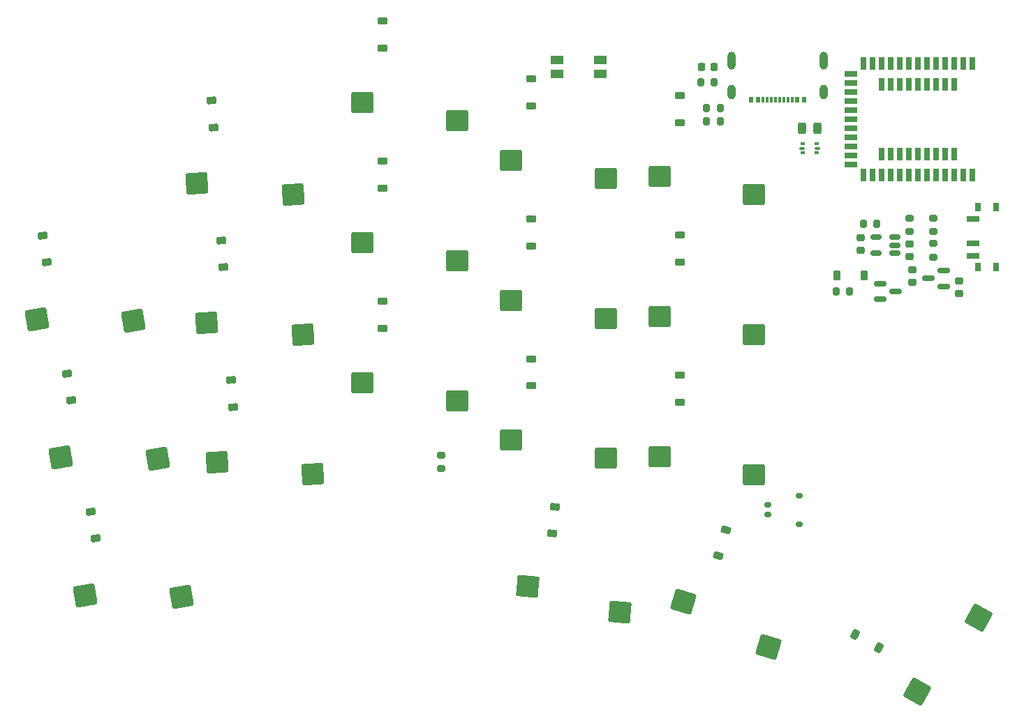
<source format=gbp>
G04 #@! TF.GenerationSoftware,KiCad,Pcbnew,8.0.4*
G04 #@! TF.CreationDate,2024-10-20T02:46:26-03:00*
G04 #@! TF.ProjectId,carpo_left,63617270-6f5f-46c6-9566-742e6b696361,rev?*
G04 #@! TF.SameCoordinates,Original*
G04 #@! TF.FileFunction,Paste,Bot*
G04 #@! TF.FilePolarity,Positive*
%FSLAX46Y46*%
G04 Gerber Fmt 4.6, Leading zero omitted, Abs format (unit mm)*
G04 Created by KiCad (PCBNEW 8.0.4) date 2024-10-20 02:46:26*
%MOMM*%
%LPD*%
G01*
G04 APERTURE LIST*
G04 Aperture macros list*
%AMRoundRect*
0 Rectangle with rounded corners*
0 $1 Rounding radius*
0 $2 $3 $4 $5 $6 $7 $8 $9 X,Y pos of 4 corners*
0 Add a 4 corners polygon primitive as box body*
4,1,4,$2,$3,$4,$5,$6,$7,$8,$9,$2,$3,0*
0 Add four circle primitives for the rounded corners*
1,1,$1+$1,$2,$3*
1,1,$1+$1,$4,$5*
1,1,$1+$1,$6,$7*
1,1,$1+$1,$8,$9*
0 Add four rect primitives between the rounded corners*
20,1,$1+$1,$2,$3,$4,$5,0*
20,1,$1+$1,$4,$5,$6,$7,0*
20,1,$1+$1,$6,$7,$8,$9,0*
20,1,$1+$1,$8,$9,$2,$3,0*%
G04 Aperture macros list end*
%ADD10RoundRect,0.225000X-0.408374X0.156464X-0.330232X-0.286700X0.408374X-0.156464X0.330232X0.286700X0*%
%ADD11RoundRect,0.260000X1.065000X1.040000X-1.065000X1.040000X-1.065000X-1.040000X1.065000X-1.040000X0*%
%ADD12RoundRect,0.200000X0.200000X0.275000X-0.200000X0.275000X-0.200000X-0.275000X0.200000X-0.275000X0*%
%ADD13RoundRect,0.225000X-0.292831X0.324808X-0.424398X-0.105529X0.292831X-0.324808X0.424398X0.105529X0*%
%ADD14RoundRect,0.243750X0.243750X0.456250X-0.243750X0.456250X-0.243750X-0.456250X0.243750X-0.456250X0*%
%ADD15RoundRect,0.225000X0.250000X-0.225000X0.250000X0.225000X-0.250000X0.225000X-0.250000X-0.225000X0*%
%ADD16RoundRect,0.225000X-0.375000X0.225000X-0.375000X-0.225000X0.375000X-0.225000X0.375000X0.225000X0*%
%ADD17RoundRect,0.260000X0.989859X1.111757X-1.134952X0.963176X-0.989859X-1.111757X1.134952X-0.963176X0*%
%ADD18RoundRect,0.260000X0.868226X1.209135X-1.229414X0.839265X-0.868226X-1.209135X1.229414X-0.839265X0*%
%ADD19RoundRect,0.260000X1.151589X0.943222X-0.970305X1.128863X-1.151589X-0.943222X0.970305X-1.128863X0*%
%ADD20R,0.700000X1.524000*%
%ADD21R,1.524000X0.700000*%
%ADD22RoundRect,0.150000X0.512500X0.150000X-0.512500X0.150000X-0.512500X-0.150000X0.512500X-0.150000X0*%
%ADD23RoundRect,0.225000X-0.389782X0.198293X-0.358391X-0.250611X0.389782X-0.198293X0.358391X0.250611X0*%
%ADD24RoundRect,0.225000X-0.250000X0.225000X-0.250000X-0.225000X0.250000X-0.225000X0.250000X0.225000X0*%
%ADD25RoundRect,0.260000X-0.393282X1.435672X-1.425927X-0.427268X0.393282X-1.435672X1.425927X0.427268X0*%
%ADD26RoundRect,0.225000X-0.225000X-0.250000X0.225000X-0.250000X0.225000X0.250000X-0.225000X0.250000X0*%
%ADD27R,1.550000X1.000000*%
%ADD28RoundRect,0.225000X0.225000X0.375000X-0.225000X0.375000X-0.225000X-0.375000X0.225000X-0.375000X0*%
%ADD29RoundRect,0.200000X-0.200000X-0.275000X0.200000X-0.275000X0.200000X0.275000X-0.200000X0.275000X0*%
%ADD30R,0.800000X1.000000*%
%ADD31R,1.500000X0.700000*%
%ADD32RoundRect,0.200000X0.275000X-0.200000X0.275000X0.200000X-0.275000X0.200000X-0.275000X-0.200000X0*%
%ADD33RoundRect,0.260000X1.322531X0.683181X-0.714398X1.305933X-1.322531X-0.683181X0.714398X-1.305933X0*%
%ADD34RoundRect,0.150000X-0.587500X-0.150000X0.587500X-0.150000X0.587500X0.150000X-0.587500X0.150000X0*%
%ADD35RoundRect,0.225000X-0.353963X0.256827X-0.393183X-0.191460X0.353963X-0.256827X0.393183X0.191460X0*%
%ADD36R,0.540000X0.800000*%
%ADD37R,0.300000X0.800000*%
%ADD38O,1.000000X1.800000*%
%ADD39O,1.000000X2.200000*%
%ADD40RoundRect,0.150000X0.587500X0.150000X-0.587500X0.150000X-0.587500X-0.150000X0.587500X-0.150000X0*%
%ADD41RoundRect,0.093750X-0.156250X-0.093750X0.156250X-0.093750X0.156250X0.093750X-0.156250X0.093750X0*%
%ADD42RoundRect,0.075000X-0.250000X-0.075000X0.250000X-0.075000X0.250000X0.075000X-0.250000X0.075000X0*%
%ADD43RoundRect,0.225000X-0.378593X-0.218900X0.014986X-0.437065X0.378593X0.218900X-0.014986X0.437065X0*%
%ADD44RoundRect,0.150000X-0.275000X0.150000X-0.275000X-0.150000X0.275000X-0.150000X0.275000X0.150000X0*%
%ADD45RoundRect,0.175000X-0.225000X0.175000X-0.225000X-0.175000X0.225000X-0.175000X0.225000X0.175000X0*%
G04 APERTURE END LIST*
D10*
X98058951Y-96557175D03*
X98631989Y-99807041D03*
D11*
X151955000Y-104650000D03*
X163445000Y-106850000D03*
D12*
X177325000Y-65900000D03*
X175675000Y-65900000D03*
D13*
X178049662Y-115522969D03*
X177084836Y-118678775D03*
D14*
X189137500Y-66800000D03*
X187262500Y-66800000D03*
D11*
X169955000Y-72650000D03*
X181445000Y-74850000D03*
X169955000Y-106650000D03*
X181445000Y-108850000D03*
D15*
X200300000Y-82350000D03*
X200300000Y-80800000D03*
D10*
X101010970Y-113298907D03*
X101584008Y-116548773D03*
D16*
X154399473Y-94750650D03*
X154399473Y-98050650D03*
X136399473Y-87750650D03*
X136399473Y-91050650D03*
D17*
X113888323Y-73447343D03*
X125503798Y-74840482D03*
D18*
X97370619Y-106730610D03*
X109068086Y-106901970D03*
D19*
X153941549Y-122361851D03*
X165196083Y-125554899D03*
D11*
X151955000Y-70650001D03*
X163445000Y-72850001D03*
D20*
X207900000Y-72400000D03*
X206800000Y-72400000D03*
X205700000Y-72400000D03*
X204600000Y-72400000D03*
X203500000Y-72400000D03*
X202400000Y-72400000D03*
X201300000Y-72400000D03*
X200200000Y-72400000D03*
X199100000Y-72400000D03*
X198000000Y-72400000D03*
X196900000Y-72400000D03*
X195800000Y-72400000D03*
X194700000Y-72400000D03*
D21*
X193200000Y-71150000D03*
X193200000Y-70050000D03*
X193200000Y-68950000D03*
X193200000Y-67850000D03*
X193200000Y-66750000D03*
X193200000Y-65650000D03*
X193200000Y-64550000D03*
X193200000Y-63450000D03*
X193200000Y-62350000D03*
X193200000Y-61250000D03*
X193200000Y-60150000D03*
D20*
X194700000Y-58900000D03*
X195800000Y-58900000D03*
X196900000Y-58900000D03*
X198000000Y-58900000D03*
X199100000Y-58900000D03*
X200200000Y-58900000D03*
X201300000Y-58900000D03*
X202400000Y-58900000D03*
X203500000Y-58900000D03*
X204600000Y-58900000D03*
X205700000Y-58900000D03*
X206800000Y-58900000D03*
X207900000Y-58900000D03*
X205700000Y-69900000D03*
X204600000Y-69900000D03*
X203500000Y-69900000D03*
X202400000Y-69900000D03*
X201300000Y-69900000D03*
X200200000Y-69900000D03*
X199100000Y-69900000D03*
X198000000Y-69900000D03*
X196900000Y-69900000D03*
X205700000Y-61400000D03*
X204600000Y-61400000D03*
X203500000Y-61400000D03*
X202400000Y-61400000D03*
X201300000Y-61400000D03*
X200200000Y-61400000D03*
X199100000Y-61400000D03*
X198000000Y-61400000D03*
X196900000Y-61400000D03*
D16*
X172399473Y-79750650D03*
X172399473Y-83050650D03*
D17*
X116260043Y-107364520D03*
X127875518Y-108757659D03*
D16*
X172399473Y-96750650D03*
X172399473Y-100050650D03*
D22*
X198475000Y-80000000D03*
X198475000Y-80950000D03*
X198475000Y-81900000D03*
X196200000Y-81900000D03*
X196200000Y-80000000D03*
D23*
X118008018Y-97318766D03*
X118238214Y-100610728D03*
D24*
X200600000Y-83925000D03*
X200600000Y-85475000D03*
D23*
X116822158Y-80360177D03*
X117052354Y-83652139D03*
D25*
X201182188Y-135202259D03*
X208676813Y-126219459D03*
D23*
X115636298Y-63401589D03*
X115866494Y-66693551D03*
D26*
X175025000Y-59300000D03*
X176575000Y-59300000D03*
D11*
X151955000Y-87650000D03*
X163445000Y-89850000D03*
D27*
X162825000Y-58460000D03*
X157575000Y-58460000D03*
X162825000Y-60160000D03*
X157575000Y-60160000D03*
D28*
X194750000Y-84600000D03*
X191450000Y-84600000D03*
D29*
X191375000Y-86600000D03*
X193025000Y-86600000D03*
D18*
X100322638Y-123472342D03*
X112020105Y-123643702D03*
D29*
X174975000Y-61200000D03*
X176625000Y-61200000D03*
D15*
X206300000Y-86875000D03*
X206300000Y-85325000D03*
D16*
X154399473Y-60750651D03*
X154399473Y-64050651D03*
D30*
X210830000Y-76350000D03*
X208620000Y-76350000D03*
X210830000Y-83650000D03*
X208620000Y-83650000D03*
D31*
X207970000Y-77750000D03*
X207970000Y-80750000D03*
X207970000Y-82250000D03*
D16*
X136399473Y-53750650D03*
X136399473Y-57050650D03*
D32*
X203200000Y-79325000D03*
X203200000Y-77675000D03*
D16*
X172399473Y-62750650D03*
X172399473Y-66050650D03*
X154399473Y-77750650D03*
X154399473Y-81050650D03*
D11*
X133955000Y-80650000D03*
X145445000Y-82850000D03*
D33*
X172817711Y-124275070D03*
X183162435Y-129738291D03*
D15*
X194400000Y-81575000D03*
X194400000Y-80025000D03*
D34*
X196762500Y-87550000D03*
X196762500Y-85650000D03*
X198637500Y-86600000D03*
D35*
X157239505Y-112713221D03*
X156951891Y-116000663D03*
D11*
X133955000Y-63650000D03*
X145445000Y-65850000D03*
D36*
X187477000Y-63297000D03*
X181077000Y-63297000D03*
X186677000Y-63297000D03*
X181877000Y-63297000D03*
D37*
X183027000Y-63297000D03*
X184027000Y-63297000D03*
X184527000Y-63297000D03*
X185527000Y-63297000D03*
X186027000Y-63297000D03*
X185027000Y-63297000D03*
X183527000Y-63297000D03*
X182519000Y-63297000D03*
D38*
X189852300Y-62397000D03*
D39*
X189852300Y-58597000D03*
X178701700Y-58597000D03*
D38*
X178701400Y-62397000D03*
D12*
X177325000Y-64300000D03*
X175675000Y-64300000D03*
D32*
X203200000Y-82425000D03*
X203200000Y-80775000D03*
D40*
X204437500Y-84050000D03*
X204437500Y-85950000D03*
X202562500Y-85000000D03*
D41*
X187350000Y-69737500D03*
D42*
X187275000Y-69200000D03*
D41*
X187350000Y-68662500D03*
X189050000Y-68662500D03*
D42*
X189125000Y-69200000D03*
D41*
X189050000Y-69737500D03*
D43*
X193709124Y-128264974D03*
X196595370Y-129864846D03*
D16*
X136399473Y-70750650D03*
X136399473Y-74050650D03*
D17*
X115074183Y-90405931D03*
X126689658Y-91799070D03*
D29*
X194675000Y-78400000D03*
X196325000Y-78400000D03*
D44*
X183125000Y-112500000D03*
X183125000Y-113700000D03*
D45*
X186900000Y-111350000D03*
X186900000Y-114850000D03*
D32*
X200300000Y-79300000D03*
X200300000Y-77650000D03*
D11*
X133955000Y-97650000D03*
X145445000Y-99850000D03*
X169955000Y-89650000D03*
X181445000Y-91850000D03*
D10*
X95106932Y-79815443D03*
X95679970Y-83065309D03*
D18*
X94418600Y-89988878D03*
X106116067Y-90160238D03*
D32*
X143500000Y-108125000D03*
X143500000Y-106475000D03*
M02*

</source>
